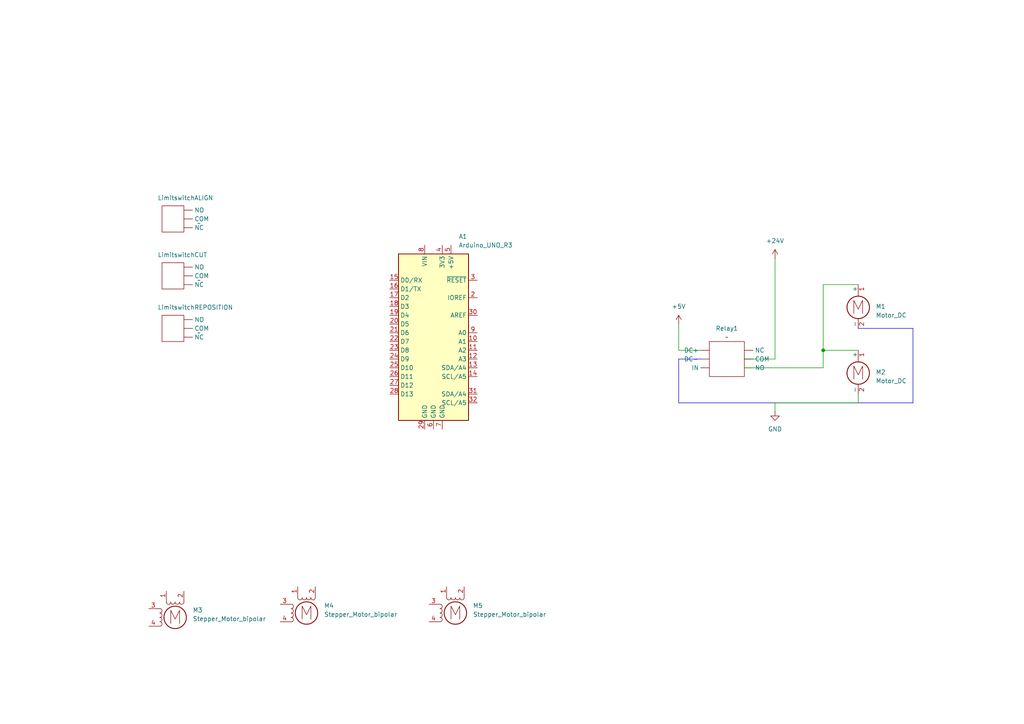
<source format=kicad_sch>
(kicad_sch (version 20231120) (generator "eeschema") (generator_version "8.0")
  (paper "A4")
  (lib_symbols
    (symbol "310hardwarelib:LImitswitch"
      (property "Reference" "Limitswitch" (at 0 0 0))
      (symbol "LImitswitch_0_1"
        (rectangle (start -3.81 -2.54) (end 2.54 -10.16))
      )
      (symbol "LImitswitch_1_1"
        (pin input line (at 2.54 -6.35 0) (length 2.54) (name "COM") (number ""))
        (pin output line (at 2.54 -8.89 0) (length 2.54) (name "NC") (number ""))
        (pin output line (at 2.54 -3.81 0) (length 2.54) (name "NO") (number ""))
      )
    )
    (symbol "310hardwarelib:relay"
      (property "Reference" "Relay" (at -0.254 6.604 0))
      (symbol "relay_0_1"
        (rectangle (start -5.08 5.08) (end 5.08 -5.08))
      )
      (symbol "relay_1_1"
        (pin input line (at 5.08 0 0) (length 2.54) (name "COM") (number ""))
        (pin input line (at -5.08 2.54 180) (length 2.54) (name "DC+") (number ""))
        (pin input line (at -5.08 0 180) (length 2.54) (name "DC-") (number ""))
        (pin input line (at -5.08 -2.54 180) (length 2.54) (name "IN") (number ""))
        (pin input line (at 5.08 2.54 0) (length 2.54) (name "NC") (number ""))
        (pin input line (at 5.08 -2.54 0) (length 2.54) (name "NO") (number ""))
      )
    )
    (symbol "MCU_Module:Arduino_UNO_R3"
      (property "Reference" "A" (at -10.16 23.495 0))
      (property "Value" "Arduino_UNO_R3" (at 5.08 -26.67 0))
      (symbol "Arduino_UNO_R3_0_1"
        (rectangle (start -10.16 22.86) (end 10.16 -25.4) (stroke (width 0.254)) (fill (type background)))
      )
      (symbol "Arduino_UNO_R3_1_1"
        (pin no_connect line (at -10.16 -20.32 0) (length 2.54) hide (name "NC") (number "1"))
        (pin bidirectional line (at 12.7 -2.54 180) (length 2.54) (name "A1") (number "10"))
        (pin bidirectional line (at 12.7 -5.08 180) (length 2.54) (name "A2") (number "11"))
        (pin bidirectional line (at 12.7 -7.62 180) (length 2.54) (name "A3") (number "12"))
        (pin bidirectional line (at 12.7 -10.16 180) (length 2.54) (name "SDA/A4") (number "13"))
        (pin bidirectional line (at 12.7 -12.7 180) (length 2.54) (name "SCL/A5") (number "14"))
        (pin bidirectional line (at -12.7 15.24 0) (length 2.54) (name "D0/RX") (number "15"))
        (pin bidirectional line (at -12.7 12.7 0) (length 2.54) (name "D1/TX") (number "16"))
        (pin bidirectional line (at -12.7 10.16 0) (length 2.54) (name "D2") (number "17"))
        (pin bidirectional line (at -12.7 7.62 0) (length 2.54) (name "D3") (number "18"))
        (pin bidirectional line (at -12.7 5.08 0) (length 2.54) (name "D4") (number "19"))
        (pin output line (at 12.7 10.16 180) (length 2.54) (name "IOREF") (number "2"))
        (pin bidirectional line (at -12.7 2.54 0) (length 2.54) (name "D5") (number "20"))
        (pin bidirectional line (at -12.7 0 0) (length 2.54) (name "D6") (number "21"))
        (pin bidirectional line (at -12.7 -2.54 0) (length 2.54) (name "D7") (number "22"))
        (pin bidirectional line (at -12.7 -5.08 0) (length 2.54) (name "D8") (number "23"))
        (pin bidirectional line (at -12.7 -7.62 0) (length 2.54) (name "D9") (number "24"))
        (pin bidirectional line (at -12.7 -10.16 0) (length 2.54) (name "D10") (number "25"))
        (pin bidirectional line (at -12.7 -12.7 0) (length 2.54) (name "D11") (number "26"))
        (pin bidirectional line (at -12.7 -15.24 0) (length 2.54) (name "D12") (number "27"))
        (pin bidirectional line (at -12.7 -17.78 0) (length 2.54) (name "D13") (number "28"))
        (pin power_in line (at -2.54 -27.94 90) (length 2.54) (name "GND") (number "29"))
        (pin input line (at 12.7 15.24 180) (length 2.54) (name "~{RESET}") (number "3"))
        (pin input line (at 12.7 5.08 180) (length 2.54) (name "AREF") (number "30"))
        (pin bidirectional line (at 12.7 -17.78 180) (length 2.54) (name "SDA/A4") (number "31"))
        (pin bidirectional line (at 12.7 -20.32 180) (length 2.54) (name "SCL/A5") (number "32"))
        (pin power_out line (at 2.54 25.4 270) (length 2.54) (name "3V3") (number "4"))
        (pin power_out line (at 5.08 25.4 270) (length 2.54) (name "+5V") (number "5"))
        (pin power_in line (at 0 -27.94 90) (length 2.54) (name "GND") (number "6"))
        (pin power_in line (at 2.54 -27.94 90) (length 2.54) (name "GND") (number "7"))
        (pin power_in line (at -2.54 25.4 270) (length 2.54) (name "VIN") (number "8"))
        (pin bidirectional line (at 12.7 0 180) (length 2.54) (name "A0") (number "9"))
      )
    )
    (symbol "Motor:Motor_DC" (pin_names (offset 0))
      (property "Reference" "M" (at 2.54 2.54 0))
      (property "Value" "Motor_DC" (at 2.54 -5.08 0))
      (symbol "Motor_DC_0_0"
        (polyline (pts (xy -1.27 -3.302) (xy -1.27 0.508) (xy 0 -2.032) (xy 1.27 0.508) (xy 1.27 -3.302)))
      )
      (symbol "Motor_DC_0_1"
        (circle (center 0 -1.524) (radius 3.2512) (stroke (width 0.254)))
        (polyline (pts (xy 0 -7.62) (xy 0 -7.112)))
        (polyline (pts (xy 0 -4.7752) (xy 0 -5.1816)))
        (polyline (pts (xy 0 1.7272) (xy 0 2.0828)))
        (polyline (pts (xy 0 2.032) (xy 0 2.54)))
      )
      (symbol "Motor_DC_1_1"
        (pin passive line (at 0 5.08 270) (length 2.54) (name "+") (number "1"))
        (pin passive line (at 0 -7.62 90) (length 2.54) (name "-") (number "2"))
      )
    )
    (symbol "Motor:Stepper_Motor_bipolar" (pin_names (offset 0) hide)
      (property "Reference" "M" (at 3.81 2.54 0))
      (property "Value" "Stepper_Motor_bipolar" (at 3.81 1.27 0))
      (symbol "Stepper_Motor_bipolar_0_0"
        (polyline (pts (xy -1.27 -1.778) (xy -1.27 2.032) (xy 0 -0.508) (xy 1.27 2.032) (xy 1.27 -1.778)))
      )
      (symbol "Stepper_Motor_bipolar_0_1"
        (arc (start -4.445 -2.54) (mid -3.8127 -1.905) (end -4.445 -1.27))
        (arc (start -4.445 -1.27) (mid -3.8127 -0.635) (end -4.445 0))
        (arc (start -4.445 0) (mid -3.8127 0.635) (end -4.445 1.27))
        (arc (start -4.445 1.27) (mid -3.8127 1.905) (end -4.445 2.54))
        (arc (start -2.54 4.445) (mid -1.905 3.8127) (end -1.27 4.445))
        (arc (start -1.27 4.445) (mid -0.635 3.8127) (end 0 4.445))
        (polyline (pts (xy -5.08 -2.54) (xy -4.445 -2.54)))
        (polyline (pts (xy -5.08 2.54) (xy -4.445 2.54)))
        (polyline (pts (xy -2.54 5.08) (xy -2.54 4.445)))
        (polyline (pts (xy 2.54 5.08) (xy 2.54 4.445)))
        (circle (center 0 0) (radius 3.2512) (stroke (width 0.254)))
        (arc (start 0 4.445) (mid 0.635 3.8127) (end 1.27 4.445))
        (arc (start 1.27 4.445) (mid 1.905 3.8127) (end 2.54 4.445))
      )
      (symbol "Stepper_Motor_bipolar_1_1"
        (pin passive line (at -2.54 7.62 270) (length 2.54) (name "~") (number "1"))
        (pin passive line (at 2.54 7.62 270) (length 2.54) (name "-") (number "2"))
        (pin passive line (at -7.62 2.54 0) (length 2.54) (name "~") (number "3"))
        (pin passive line (at -7.62 -2.54 0) (length 2.54) (name "~") (number "4"))
      )
    )
    (symbol "power:+24V" (power) (pin_numbers hide) (pin_names (offset 0) hide)
      (property "Value" "+24V" (at 0 3.556 0))
      (symbol "+24V_0_1"
        (polyline (pts (xy -0.762 1.27) (xy 0 2.54)))
        (polyline (pts (xy 0 0) (xy 0 2.54)))
        (polyline (pts (xy 0 2.54) (xy 0.762 1.27)))
      )
      (symbol "+24V_1_1"
        (pin power_in line (at 0 0 90) (length 0) (name "~") (number "1"))
      )
    )
    (symbol "power:+5V" (power) (pin_numbers hide) (pin_names (offset 0) hide)
      (property "Value" "+5V" (at 0 3.556 0))
      (symbol "+5V_0_1"
        (polyline (pts (xy -0.762 1.27) (xy 0 2.54)))
        (polyline (pts (xy 0 0) (xy 0 2.54)))
        (polyline (pts (xy 0 2.54) (xy 0.762 1.27)))
      )
      (symbol "+5V_1_1"
        (pin power_in line (at 0 0 90) (length 0) (name "~") (number "1"))
      )
    )
    (symbol "power:GND" (power) (pin_numbers hide) (pin_names (offset 0) hide)
      (property "Value" "GND" (at 0 -3.81 0))
      (symbol "GND_0_1"
        (polyline (pts (xy 0 0) (xy 0 -1.27) (xy 1.27 -1.27) (xy 0 -2.54) (xy -1.27 -1.27) (xy 0 -1.27)))
      )
      (symbol "GND_1_1"
        (pin power_in line (at 0 0 270) (length 0) (name "~") (number "1"))
      )
    )
  )
  (junction (at 238.76 101.6))
  (wire (pts (xy 238.76 82.55) (xy 248.92 82.55)))
  (polyline (pts (xy 248.92 95.25) (xy 264.795 95.25)))
  (wire (pts (xy 238.76 101.6) (xy 248.92 101.6)))
  (polyline (pts (xy 224.79 116.84) (xy 264.795 116.84)))
  (wire (pts (xy 238.76 106.68) (xy 238.76 101.6)))
  (wire (pts (xy 224.79 74.93) (xy 224.79 104.14)))
  (polyline (pts (xy 196.85 116.84) (xy 196.85 104.14)))
  (polyline (pts (xy 196.85 104.14) (xy 203.2 104.14)))
  (wire (pts (xy 238.76 101.6) (xy 238.76 82.55)))
  (polyline (pts (xy 264.795 116.84) (xy 264.795 95.25)))
  (wire (pts (xy 224.79 116.84) (xy 248.92 116.84)))
  (wire (pts (xy 248.92 116.84) (xy 248.92 114.3)))
  (wire (pts (xy 224.79 104.14) (xy 215.9 104.14)))
  (wire (pts (xy 196.85 101.6) (xy 203.2 101.6)))
  (polyline (pts (xy 224.79 116.84) (xy 196.85 116.84)))
  (wire (pts (xy 196.85 93.98) (xy 196.85 101.6)))
  (wire (pts (xy 224.79 119.38) (xy 224.79 116.84)))
  (wire (pts (xy 215.9 106.68) (xy 238.76 106.68)))
  (symbol (lib_id "power:+24V") (at 224.79 74.93 0) (unit 1)
    (property "Reference" "#PWR01" (effects (hide yes)))
    (property "Value" "+24V" (at 224.79 69.85 0))
    (property "Description" "Power symbol creates a global label with name \"+24V\"" (effects (hide yes)))
  )
  (symbol (lib_name "310hardwarelib:LImitswitch") (lib_id "310hardwarelib:LImitswitch") (at 50.8 73.66 0) (unit 1)
    (property "Reference" "LimitswitchCUT" (at 45.72 73.914 0) (effects (justify left)))
    (property "Value" "~" (at 57.15 81.28 0) (effects (justify left)))
  )
  (symbol (lib_id "power:+5V") (at 196.85 93.98 0) (unit 1)
    (property "Reference" "#PWR03" (effects (hide yes)))
    (property "Value" "+5V" (at 196.85 88.9 0))
    (property "Description" "Power symbol creates a global label with name \"+5V\"" (effects (hide yes)))
  )
  (symbol (lib_id "Motor:Stepper_Motor_bipolar") (at 50.8 179.07 0) (unit 1)
    (property "Reference" "M3" (at 55.88 176.949 0) (effects (justify left)))
    (property "Value" "Stepper_Motor_bipolar" (at 55.88 179.489 0) (effects (justify left)))
    (property "Datasheet" "http://www.infineon.com/dgdl/Application-Note-TLE8110EE_driving_UniPolarStepperMotor_V1.1.pdf?fileId=db3a30431be39b97011be5d0aa0a00b0" (effects (hide yes)))
    (property "Description" "4-wire bipolar stepper motor" (effects (hide yes)))
  )
  (symbol (lib_id "Motor:Motor_DC") (at 248.92 106.68 0) (unit 1)
    (property "Reference" "M2" (at 254 107.9499 0) (effects (justify left)))
    (property "Value" "Motor_DC" (at 254 110.4899 0) (effects (justify left)))
    (property "Description" "DC Motor" (effects (hide yes)))
  )
  (symbol (lib_name "310hardwarelib:LImitswitch") (lib_id "310hardwarelib:LImitswitch") (at 50.8 88.9 0) (unit 1)
    (property "Reference" "LimitswitchREPOSITION" (at 45.72 89.154 0) (effects (justify left)))
    (property "Value" "~" (at 57.15 96.52 0) (effects (justify left)))
  )
  (symbol (lib_id "Motor:Stepper_Motor_bipolar") (at 132.08 177.8 0) (unit 1)
    (property "Reference" "M5" (at 137.16 175.679 0) (effects (justify left)))
    (property "Value" "Stepper_Motor_bipolar" (at 137.16 178.219 0) (effects (justify left)))
    (property "Datasheet" "http://www.infineon.com/dgdl/Application-Note-TLE8110EE_driving_UniPolarStepperMotor_V1.1.pdf?fileId=db3a30431be39b97011be5d0aa0a00b0" (effects (hide yes)))
    (property "Description" "4-wire bipolar stepper motor" (effects (hide yes)))
  )
  (symbol (lib_id "MCU_Module:Arduino_UNO_R3") (at 125.73 96.52 0) (unit 1)
    (property "Reference" "A1" (at 133.0041 68.58 0) (effects (justify left)))
    (property "Value" "Arduino_UNO_R3" (at 133.0041 71.12 0) (effects (justify left)))
    (property "Footprint" "Module:Arduino_UNO_R3" (effects (hide yes)))
    (property "Datasheet" "https://www.arduino.cc/en/Main/arduinoBoardUno" (effects (hide yes)))
    (property "Description" "Arduino UNO Microcontroller Module, release 3" (effects (hide yes)))
  )
  (symbol (lib_id "310hardwarelib:relay") (at 210.82 104.14 0) (unit 1)
    (property "Reference" "Relay1" (at 210.82 95.25 0))
    (property "Value" "~" (at 210.82 97.79 0))
  )
  (symbol (lib_id "Motor:Motor_DC") (at 248.92 87.63 0) (unit 1)
    (property "Reference" "M1" (at 254 88.8999 0) (effects (justify left)))
    (property "Value" "Motor_DC" (at 254 91.4399 0) (effects (justify left)))
    (property "Description" "DC Motor" (effects (hide yes)))
  )
  (symbol (lib_id "power:GND") (at 224.79 119.38 0) (unit 1)
    (property "Reference" "#PWR02" (effects (hide yes)))
    (property "Value" "GND" (at 224.79 124.46 0))
    (property "Description" "Power symbol creates a global label with name \"GND\" , ground" (effects (hide yes)))
  )
  (symbol (lib_id "310hardwarelib:LImitswitch") (at 50.8 57.15 0) (unit 1)
    (property "Reference" "LimitswitchALIGN" (at 45.72 57.404 0) (effects (justify left)))
    (property "Value" "~" (at 57.15 64.77 0) (effects (justify left)))
  )
  (symbol (lib_id "Motor:Stepper_Motor_bipolar") (at 88.9 177.8 0) (unit 1)
    (property "Reference" "M4" (at 93.98 175.679 0) (effects (justify left)))
    (property "Value" "Stepper_Motor_bipolar" (at 93.98 178.219 0) (effects (justify left)))
    (property "Datasheet" "http://www.infineon.com/dgdl/Application-Note-TLE8110EE_driving_UniPolarStepperMotor_V1.1.pdf?fileId=db3a30431be39b97011be5d0aa0a00b0" (effects (hide yes)))
    (property "Description" "4-wire bipolar stepper motor" (effects (hide yes)))
  )
)
</source>
